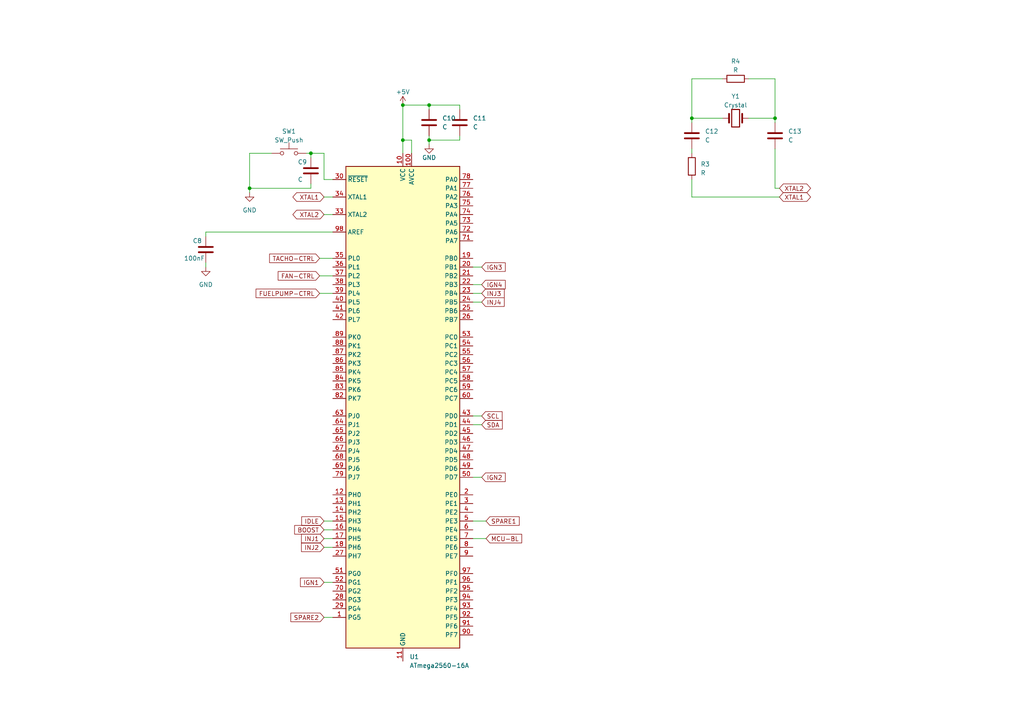
<source format=kicad_sch>
(kicad_sch (version 20220103) (generator eeschema)
  (paper "A4")
  (lib_symbols
    (symbol "Device:C" (pin_numbers hide) (pin_names (offset 0.254))
      (property "Reference" "C" (at 0.635 2.54 0))
      (property "Value" "C" (at 0.635 -2.54 0))
      (symbol "C_0_1"
        (polyline (pts (xy -2.032 -0.762) (xy 2.032 -0.762)) (stroke (width 0.508)))
        (polyline (pts (xy -2.032 0.762) (xy 2.032 0.762)) (stroke (width 0.508)))
      )
      (symbol "C_1_1"
        (pin passive line (at 0 3.81 270) (length 2.794) (name "~") (number "1"))
        (pin passive line (at 0 -3.81 90) (length 2.794) (name "~") (number "2"))
      )
    )
    (symbol "Device:Crystal" (pin_numbers hide) (pin_names (offset 1.016) hide)
      (property "Reference" "Y" (at 0 3.81 0))
      (property "Value" "Crystal" (at 0 -3.81 0))
      (symbol "Crystal_0_1"
        (rectangle (start -1.143 2.54) (end 1.143 -2.54) (stroke (width 0.3048)))
        (polyline (pts (xy -2.54 0) (xy -1.905 0)))
        (polyline (pts (xy -1.905 -1.27) (xy -1.905 1.27)) (stroke (width 0.508)))
        (polyline (pts (xy 1.905 -1.27) (xy 1.905 1.27)) (stroke (width 0.508)))
        (polyline (pts (xy 2.54 0) (xy 1.905 0)))
      )
      (symbol "Crystal_1_1"
        (pin passive line (at -3.81 0 0) (length 1.27) (name "1") (number "1"))
        (pin passive line (at 3.81 0 180) (length 1.27) (name "2") (number "2"))
      )
    )
    (symbol "Device:R" (pin_numbers hide) (pin_names (offset 0))
      (property "Reference" "R" (at 2.032 0 90))
      (property "Value" "R" (at 0 0 90))
      (symbol "R_0_1"
        (rectangle (start -1.016 -2.54) (end 1.016 2.54) (stroke (width 0.254)))
      )
      (symbol "R_1_1"
        (pin passive line (at 0 3.81 270) (length 1.27) (name "~") (number "1"))
        (pin passive line (at 0 -3.81 90) (length 1.27) (name "~") (number "2"))
      )
    )
    (symbol "MCU_Microchip_ATmega:ATmega2560-16A"
      (property "Reference" "U" (at 0 1.27 0))
      (property "Value" "ATmega2560-16A" (at 0 -1.27 0))
      (symbol "ATmega2560-16A_0_1"
        (rectangle (start -16.51 -69.85) (end 16.51 69.85) (stroke (width 0.254)) (fill (type background)))
      )
      (symbol "ATmega2560-16A_1_1"
        (pin bidirectional line (at -20.32 -60.96 0) (length 3.81) (name "PG5") (number "1"))
        (pin power_in line (at 0 73.66 270) (length 3.81) (name "VCC") (number "10"))
        (pin power_in line (at 2.54 73.66 270) (length 3.81) (name "AVCC") (number "100"))
        (pin power_in line (at 0 -73.66 90) (length 3.81) (name "GND") (number "11"))
        (pin bidirectional line (at -20.32 -25.4 0) (length 3.81) (name "PH0") (number "12"))
        (pin bidirectional line (at -20.32 -27.94 0) (length 3.81) (name "PH1") (number "13"))
        (pin bidirectional line (at -20.32 -30.48 0) (length 3.81) (name "PH2") (number "14"))
        (pin bidirectional line (at -20.32 -33.02 0) (length 3.81) (name "PH3") (number "15"))
        (pin bidirectional line (at -20.32 -35.56 0) (length 3.81) (name "PH4") (number "16"))
        (pin bidirectional line (at -20.32 -38.1 0) (length 3.81) (name "PH5") (number "17"))
        (pin bidirectional line (at -20.32 -40.64 0) (length 3.81) (name "PH6") (number "18"))
        (pin bidirectional line (at 20.32 43.18 180) (length 3.81) (name "PB0") (number "19"))
        (pin bidirectional line (at 20.32 -25.4 180) (length 3.81) (name "PE0") (number "2"))
        (pin bidirectional line (at 20.32 40.64 180) (length 3.81) (name "PB1") (number "20"))
        (pin bidirectional line (at 20.32 38.1 180) (length 3.81) (name "PB2") (number "21"))
        (pin bidirectional line (at 20.32 35.56 180) (length 3.81) (name "PB3") (number "22"))
        (pin bidirectional line (at 20.32 33.02 180) (length 3.81) (name "PB4") (number "23"))
        (pin bidirectional line (at 20.32 30.48 180) (length 3.81) (name "PB5") (number "24"))
        (pin bidirectional line (at 20.32 27.94 180) (length 3.81) (name "PB6") (number "25"))
        (pin bidirectional line (at 20.32 25.4 180) (length 3.81) (name "PB7") (number "26"))
        (pin bidirectional line (at -20.32 -43.18 0) (length 3.81) (name "PH7") (number "27"))
        (pin bidirectional line (at -20.32 -55.88 0) (length 3.81) (name "PG3") (number "28"))
        (pin bidirectional line (at -20.32 -58.42 0) (length 3.81) (name "PG4") (number "29"))
        (pin bidirectional line (at 20.32 -27.94 180) (length 3.81) (name "PE1") (number "3"))
        (pin input line (at -20.32 66.04 0) (length 3.81) (name "~{RESET}") (number "30"))
        (pin passive line (at 0 73.66 270) (length 3.81) hide (name "VCC") (number "31"))
        (pin passive line (at 0 -73.66 90) (length 3.81) hide (name "GND") (number "32"))
        (pin output line (at -20.32 55.88 0) (length 3.81) (name "XTAL2") (number "33"))
        (pin input line (at -20.32 60.96 0) (length 3.81) (name "XTAL1") (number "34"))
        (pin bidirectional line (at -20.32 43.18 0) (length 3.81) (name "PL0") (number "35"))
        (pin bidirectional line (at -20.32 40.64 0) (length 3.81) (name "PL1") (number "36"))
        (pin bidirectional line (at -20.32 38.1 0) (length 3.81) (name "PL2") (number "37"))
        (pin bidirectional line (at -20.32 35.56 0) (length 3.81) (name "PL3") (number "38"))
        (pin bidirectional line (at -20.32 33.02 0) (length 3.81) (name "PL4") (number "39"))
        (pin bidirectional line (at 20.32 -30.48 180) (length 3.81) (name "PE2") (number "4"))
        (pin bidirectional line (at -20.32 30.48 0) (length 3.81) (name "PL5") (number "40"))
        (pin bidirectional line (at -20.32 27.94 0) (length 3.81) (name "PL6") (number "41"))
        (pin bidirectional line (at -20.32 25.4 0) (length 3.81) (name "PL7") (number "42"))
        (pin bidirectional line (at 20.32 -2.54 180) (length 3.81) (name "PD0") (number "43"))
        (pin bidirectional line (at 20.32 -5.08 180) (length 3.81) (name "PD1") (number "44"))
        (pin bidirectional line (at 20.32 -7.62 180) (length 3.81) (name "PD2") (number "45"))
        (pin bidirectional line (at 20.32 -10.16 180) (length 3.81) (name "PD3") (number "46"))
        (pin bidirectional line (at 20.32 -12.7 180) (length 3.81) (name "PD4") (number "47"))
        (pin bidirectional line (at 20.32 -15.24 180) (length 3.81) (name "PD5") (number "48"))
        (pin bidirectional line (at 20.32 -17.78 180) (length 3.81) (name "PD6") (number "49"))
        (pin bidirectional line (at 20.32 -33.02 180) (length 3.81) (name "PE3") (number "5"))
        (pin bidirectional line (at 20.32 -20.32 180) (length 3.81) (name "PD7") (number "50"))
        (pin bidirectional line (at -20.32 -48.26 0) (length 3.81) (name "PG0") (number "51"))
        (pin bidirectional line (at -20.32 -50.8 0) (length 3.81) (name "PG1") (number "52"))
        (pin bidirectional line (at 20.32 20.32 180) (length 3.81) (name "PC0") (number "53"))
        (pin bidirectional line (at 20.32 17.78 180) (length 3.81) (name "PC1") (number "54"))
        (pin bidirectional line (at 20.32 15.24 180) (length 3.81) (name "PC2") (number "55"))
        (pin bidirectional line (at 20.32 12.7 180) (length 3.81) (name "PC3") (number "56"))
        (pin bidirectional line (at 20.32 10.16 180) (length 3.81) (name "PC4") (number "57"))
        (pin bidirectional line (at 20.32 7.62 180) (length 3.81) (name "PC5") (number "58"))
        (pin bidirectional line (at 20.32 5.08 180) (length 3.81) (name "PC6") (number "59"))
        (pin bidirectional line (at 20.32 -35.56 180) (length 3.81) (name "PE4") (number "6"))
        (pin bidirectional line (at 20.32 2.54 180) (length 3.81) (name "PC7") (number "60"))
        (pin passive line (at 0 73.66 270) (length 3.81) hide (name "VCC") (number "61"))
        (pin passive line (at 0 -73.66 90) (length 3.81) hide (name "GND") (number "62"))
        (pin bidirectional line (at -20.32 -2.54 0) (length 3.81) (name "PJ0") (number "63"))
        (pin bidirectional line (at -20.32 -5.08 0) (length 3.81) (name "PJ1") (number "64"))
        (pin bidirectional line (at -20.32 -7.62 0) (length 3.81) (name "PJ2") (number "65"))
        (pin bidirectional line (at -20.32 -10.16 0) (length 3.81) (name "PJ3") (number "66"))
        (pin bidirectional line (at -20.32 -12.7 0) (length 3.81) (name "PJ4") (number "67"))
        (pin bidirectional line (at -20.32 -15.24 0) (length 3.81) (name "PJ5") (number "68"))
        (pin bidirectional line (at -20.32 -17.78 0) (length 3.81) (name "PJ6") (number "69"))
        (pin bidirectional line (at 20.32 -38.1 180) (length 3.81) (name "PE5") (number "7"))
        (pin bidirectional line (at -20.32 -53.34 0) (length 3.81) (name "PG2") (number "70"))
        (pin bidirectional line (at 20.32 48.26 180) (length 3.81) (name "PA7") (number "71"))
        (pin bidirectional line (at 20.32 50.8 180) (length 3.81) (name "PA6") (number "72"))
        (pin bidirectional line (at 20.32 53.34 180) (length 3.81) (name "PA5") (number "73"))
        (pin bidirectional line (at 20.32 55.88 180) (length 3.81) (name "PA4") (number "74"))
        (pin bidirectional line (at 20.32 58.42 180) (length 3.81) (name "PA3") (number "75"))
        (pin bidirectional line (at 20.32 60.96 180) (length 3.81) (name "PA2") (number "76"))
        (pin bidirectional line (at 20.32 63.5 180) (length 3.81) (name "PA1") (number "77"))
        (pin bidirectional line (at 20.32 66.04 180) (length 3.81) (name "PA0") (number "78"))
        (pin bidirectional line (at -20.32 -20.32 0) (length 3.81) (name "PJ7") (number "79"))
        (pin bidirectional line (at 20.32 -40.64 180) (length 3.81) (name "PE6") (number "8"))
        (pin passive line (at 0 73.66 270) (length 3.81) hide (name "VCC") (number "80"))
        (pin passive line (at 0 -73.66 90) (length 3.81) hide (name "GND") (number "81"))
        (pin bidirectional line (at -20.32 2.54 0) (length 3.81) (name "PK7") (number "82"))
        (pin bidirectional line (at -20.32 5.08 0) (length 3.81) (name "PK6") (number "83"))
        (pin bidirectional line (at -20.32 7.62 0) (length 3.81) (name "PK5") (number "84"))
        (pin bidirectional line (at -20.32 10.16 0) (length 3.81) (name "PK4") (number "85"))
        (pin bidirectional line (at -20.32 12.7 0) (length 3.81) (name "PK3") (number "86"))
        (pin bidirectional line (at -20.32 15.24 0) (length 3.81) (name "PK2") (number "87"))
        (pin bidirectional line (at -20.32 17.78 0) (length 3.81) (name "PK1") (number "88"))
        (pin bidirectional line (at -20.32 20.32 0) (length 3.81) (name "PK0") (number "89"))
        (pin bidirectional line (at 20.32 -43.18 180) (length 3.81) (name "PE7") (number "9"))
        (pin bidirectional line (at 20.32 -66.04 180) (length 3.81) (name "PF7") (number "90"))
        (pin bidirectional line (at 20.32 -63.5 180) (length 3.81) (name "PF6") (number "91"))
        (pin bidirectional line (at 20.32 -60.96 180) (length 3.81) (name "PF5") (number "92"))
        (pin bidirectional line (at 20.32 -58.42 180) (length 3.81) (name "PF4") (number "93"))
        (pin bidirectional line (at 20.32 -55.88 180) (length 3.81) (name "PF3") (number "94"))
        (pin bidirectional line (at 20.32 -53.34 180) (length 3.81) (name "PF2") (number "95"))
        (pin bidirectional line (at 20.32 -50.8 180) (length 3.81) (name "PF1") (number "96"))
        (pin bidirectional line (at 20.32 -48.26 180) (length 3.81) (name "PF0") (number "97"))
        (pin passive line (at -20.32 50.8 0) (length 3.81) (name "AREF") (number "98"))
        (pin passive line (at 0 -73.66 90) (length 3.81) hide (name "GND") (number "99"))
      )
    )
    (symbol "Switch:SW_Push" (pin_numbers hide) (pin_names (offset 1.016) hide)
      (property "Reference" "SW" (at 1.27 2.54 0))
      (property "Value" "SW_Push" (at 0 -1.524 0))
      (symbol "SW_Push_0_1"
        (circle (center -2.032 0) (radius 0.508))
        (polyline (pts (xy 0 1.27) (xy 0 3.048)))
        (polyline (pts (xy 2.54 1.27) (xy -2.54 1.27)))
        (circle (center 2.032 0) (radius 0.508))
        (pin passive line (at -5.08 0 0) (length 2.54) (name "1") (number "1"))
        (pin passive line (at 5.08 0 180) (length 2.54) (name "2") (number "2"))
      )
    )
    (symbol "power:+5V" (power) (pin_names (offset 0))
      (property "Value" "+5V" (at 0 3.556 0))
      (symbol "+5V_0_1"
        (polyline (pts (xy -0.762 1.27) (xy 0 2.54)))
        (polyline (pts (xy 0 0) (xy 0 2.54)))
        (polyline (pts (xy 0 2.54) (xy 0.762 1.27)))
      )
      (symbol "+5V_1_1"
        (pin power_in line (at 0 0 90) (length 0) hide (name "+5V") (number "1"))
      )
    )
    (symbol "power:GND" (power) (pin_names (offset 0))
      (property "Value" "GND" (at 0 -3.81 0))
      (symbol "GND_0_1"
        (polyline (pts (xy 0 0) (xy 0 -1.27) (xy 1.27 -1.27) (xy 0 -2.54) (xy -1.27 -1.27) (xy 0 -1.27)))
      )
      (symbol "GND_1_1"
        (pin power_in line (at 0 0 270) (length 0) hide (name "GND") (number "1"))
      )
    )
  )
  (junction (at 200.66 34.29))
  (junction (at 116.84 40.64))
  (junction (at 72.39 54.61))
  (junction (at 90.17 44.45))
  (junction (at 124.46 40.64))
  (junction (at 224.79 34.29))
  (junction (at 116.84 30.48))
  (junction (at 124.46 30.48))
  (wire (pts (xy 133.35 31.75) (xy 133.35 30.48)))
  (wire (pts (xy 93.98 44.45) (xy 90.17 44.45)))
  (wire (pts (xy 140.97 151.13) (xy 137.16 151.13)))
  (wire (pts (xy 59.69 67.31) (xy 59.69 68.58)))
  (wire (pts (xy 93.98 52.07) (xy 93.98 44.45)))
  (wire (pts (xy 209.55 22.86) (xy 200.66 22.86)))
  (wire (pts (xy 209.55 34.29) (xy 200.66 34.29)))
  (wire (pts (xy 224.79 22.86) (xy 224.79 34.29)))
  (wire (pts (xy 93.98 158.75) (xy 96.52 158.75)))
  (wire (pts (xy 124.46 41.91) (xy 124.46 40.64)))
  (wire (pts (xy 90.17 53.34) (xy 90.17 54.61)))
  (wire (pts (xy 133.35 40.64) (xy 124.46 40.64)))
  (wire (pts (xy 116.84 40.64) (xy 116.84 44.45)))
  (wire (pts (xy 224.79 35.56) (xy 224.79 34.29)))
  (wire (pts (xy 217.17 22.86) (xy 224.79 22.86)))
  (wire (pts (xy 90.17 44.45) (xy 90.17 45.72)))
  (wire (pts (xy 139.7 120.65) (xy 137.16 120.65)))
  (wire (pts (xy 124.46 31.75) (xy 124.46 30.48)))
  (wire (pts (xy 200.66 43.18) (xy 200.66 44.45)))
  (wire (pts (xy 124.46 30.48) (xy 116.84 30.48)))
  (wire (pts (xy 124.46 39.37) (xy 124.46 40.64)))
  (wire (pts (xy 72.39 44.45) (xy 78.74 44.45)))
  (wire (pts (xy 200.66 34.29) (xy 200.66 35.56)))
  (wire (pts (xy 224.79 34.29) (xy 217.17 34.29)))
  (wire (pts (xy 92.71 85.09) (xy 96.52 85.09)))
  (wire (pts (xy 224.79 54.61) (xy 224.79 43.18)))
  (wire (pts (xy 92.71 74.93) (xy 96.52 74.93)))
  (wire (pts (xy 119.38 44.45) (xy 119.38 40.64)))
  (wire (pts (xy 92.71 80.01) (xy 96.52 80.01)))
  (wire (pts (xy 93.98 151.13) (xy 96.52 151.13)))
  (wire (pts (xy 140.97 156.21) (xy 137.16 156.21)))
  (wire (pts (xy 137.16 85.09) (xy 139.7 85.09)))
  (wire (pts (xy 200.66 22.86) (xy 200.66 34.29)))
  (wire (pts (xy 226.06 54.61) (xy 224.79 54.61)))
  (wire (pts (xy 116.84 30.48) (xy 116.84 40.64)))
  (wire (pts (xy 93.98 57.15) (xy 96.52 57.15)))
  (wire (pts (xy 90.17 44.45) (xy 88.9 44.45)))
  (wire (pts (xy 93.98 62.23) (xy 96.52 62.23)))
  (wire (pts (xy 59.69 76.2) (xy 59.69 77.47)))
  (wire (pts (xy 72.39 54.61) (xy 90.17 54.61)))
  (wire (pts (xy 133.35 39.37) (xy 133.35 40.64)))
  (wire (pts (xy 93.98 168.91) (xy 96.52 168.91)))
  (wire (pts (xy 139.7 138.43) (xy 137.16 138.43)))
  (wire (pts (xy 93.98 179.07) (xy 96.52 179.07)))
  (wire (pts (xy 96.52 156.21) (xy 93.98 156.21)))
  (wire (pts (xy 139.7 82.55) (xy 137.16 82.55)))
  (wire (pts (xy 72.39 55.88) (xy 72.39 54.61)))
  (wire (pts (xy 119.38 40.64) (xy 116.84 40.64)))
  (wire (pts (xy 200.66 57.15) (xy 226.06 57.15)))
  (wire (pts (xy 139.7 77.47) (xy 137.16 77.47)))
  (wire (pts (xy 137.16 123.19) (xy 139.7 123.19)))
  (wire (pts (xy 93.98 52.07) (xy 96.52 52.07)))
  (wire (pts (xy 72.39 54.61) (xy 72.39 44.45)))
  (wire (pts (xy 96.52 67.31) (xy 59.69 67.31)))
  (wire (pts (xy 200.66 52.07) (xy 200.66 57.15)))
  (wire (pts (xy 93.98 153.67) (xy 96.52 153.67)))
  (wire (pts (xy 124.46 30.48) (xy 133.35 30.48)))
  (wire (pts (xy 137.16 87.63) (xy 139.7 87.63)))
  (global_label "SDA" (shape input) (at 139.7 123.19 0) (property "Références de Feuilles" "${INTERSHEET_REFS}" (at 145.9975 123.19 0) (effects (justify left))))
  (global_label "XTAL1" (shape bidirectional) (at 93.98 57.15 180) (property "Références de Feuilles" "${INTERSHEET_REFS}" (at 84.4365 57.15 0) (effects (justify right))))
  (global_label "INJ3" (shape input) (at 139.7 85.09 0) (property "Références de Feuilles" "${INTERSHEET_REFS}" (at 146.1879 85.09 0) (effects (justify left))))
  (global_label "FAN-CTRL" (shape input) (at 92.71 80.01 180) (property "Intersheetrefs" "${INTERSHEET_REFS}" (at 241.3 168.91 0)))
  (global_label "INJ4" (shape input) (at 139.7 87.63 0) (property "Références de Feuilles" "${INTERSHEET_REFS}" (at 146.2483 87.63 0) (effects (justify left))))
  (global_label "IGN4" (shape input) (at 139.7 82.55 0) (property "Références de Feuilles" "${INTERSHEET_REFS}" (at 146.6111 82.55 0) (effects (justify left))))
  (global_label "FUELPUMP-CTRL" (shape input) (at 92.71 85.09 180) (property "Intersheetrefs" "${INTERSHEET_REFS}" (at 241.3 191.77 0)))
  (global_label "MCU-BL" (shape input) (at 140.97 156.21 0) (property "Intersheetrefs" "${INTERSHEET_REFS}" (at 62.23 -6.35 0)))
  (global_label "IGN1" (shape input) (at 93.98 168.91 180) (property "Références de Feuilles" "${INTERSHEET_REFS}" (at 87.1293 168.91 0) (effects (justify right))))
  (global_label "SCL" (shape input) (at 139.7 120.65 0) (property "Références de Feuilles" "${INTERSHEET_REFS}" (at 145.937 120.65 0) (effects (justify left))))
  (global_label "TACHO-CTRL" (shape input) (at 92.71 74.93 180) (property "Intersheetrefs" "${INTERSHEET_REFS}" (at 36.83 -31.75 0)))
  (global_label "INJ2" (shape input) (at 93.98 158.75 180) (property "Références de Feuilles" "${INTERSHEET_REFS}" (at 87.4921 158.75 0) (effects (justify right))))
  (global_label "BOOST" (shape input) (at 93.98 153.67 180) (property "Références de Feuilles" "${INTERSHEET_REFS}" (at 85.2455 153.67 0) (effects (justify right))))
  (global_label "XTAL1" (shape bidirectional) (at 226.06 57.15 0) (property "Références de Feuilles" "${INTERSHEET_REFS}" (at 235.6035 57.15 0) (effects (justify left))))
  (global_label "IGN3" (shape input) (at 139.7 77.47 0) (property "Références de Feuilles" "${INTERSHEET_REFS}" (at 146.5507 77.47 0) (effects (justify left))))
  (global_label "SPARE1" (shape input) (at 140.97 151.13 0) (property "Références de Feuilles" "${INTERSHEET_REFS}" (at 150.7417 151.13 0) (effects (justify left))))
  (global_label "XTAL2" (shape bidirectional) (at 226.06 54.61 0) (property "Références de Feuilles" "${INTERSHEET_REFS}" (at 235.6035 54.61 0) (effects (justify left))))
  (global_label "XTAL2" (shape bidirectional) (at 93.98 62.23 180) (property "Références de Feuilles" "${INTERSHEET_REFS}" (at 84.4365 62.23 0) (effects (justify right))))
  (global_label "IGN2" (shape input) (at 139.7 138.43 0) (property "Références de Feuilles" "${INTERSHEET_REFS}" (at 146.5507 138.43 0) (effects (justify left))))
  (global_label "INJ1" (shape input) (at 93.98 156.21 180) (property "Références de Feuilles" "${INTERSHEET_REFS}" (at 87.4921 156.21 0) (effects (justify right))))
  (global_label "SPARE2" (shape input) (at 93.98 179.07 180) (property "Références de Feuilles" "${INTERSHEET_REFS}" (at 84.2083 179.07 0) (effects (justify right))))
  (global_label "IDLE" (shape input) (at 93.98 151.13 180) (property "Références de Feuilles" "${INTERSHEET_REFS}" (at 87.3107 151.13 0) (effects (justify right))))
  (symbol (lib_id "Device:Crystal") (at 213.36 34.29 180) (unit 1)
    (property "Reference" "Y1" (at 213.36 27.94 0))
    (property "Value" "Crystal" (at 213.36 30.48 0))
  )
  (symbol (lib_id "Device:C") (at 200.66 39.37 0) (unit 1)
    (property "Reference" "C12" (at 204.47 38.0999 0) (effects (justify left)))
    (property "Value" "C" (at 204.47 40.6399 0) (effects (justify left)))
    (property "Footprint" "Capacitor_SMD:C_1206_3216Metric" (effects hide))
  )
  (symbol (lib_id "Device:R") (at 213.36 22.86 90) (unit 1)
    (property "Reference" "R4" (at 213.36 17.78 90))
    (property "Value" "R" (at 213.36 20.32 90))
  )
  (symbol (lib_id "Device:R") (at 200.66 48.26 180) (unit 1)
    (property "Reference" "R3" (at 203.2 47.625 0) (effects (justify right)))
    (property "Value" "R" (at 203.2 50.165 0) (effects (justify right)))
  )
  (symbol (lib_id "Device:C") (at 59.69 72.39 0) (unit 1)
    (property "Reference" "C8" (at 55.88 69.85 0) (effects (justify left)))
    (property "Value" "100nF" (at 53.34 74.93 0) (effects (justify left)))
    (property "Footprint" "Capacitor_SMD:C_1206_3216Metric" (effects hide))
  )
  (symbol (lib_id "power:+5V") (at 116.84 30.48 0) (unit 1)
    (property "Reference" "#PWR0116" (effects hide))
    (property "Value" "+5V" (at 116.84 26.67 0))
  )
  (symbol (lib_id "MCU_Microchip_ATmega:ATmega2560-16A") (at 116.84 118.11 0) (unit 1)
    (property "Reference" "U1" (at 118.7959 190.5 0) (effects (justify left)))
    (property "Value" "ATmega2560-16A" (at 118.7959 193.04 0) (effects (justify left)))
    (property "Footprint" "Package_QFP:TQFP-100_14x14mm_P0.5mm" (effects hide))
    (property "Datasheet" "http://ww1.microchip.com/downloads/en/DeviceDoc/Atmel-2549-8-bit-AVR-Microcontroller-ATmega640-1280-1281-2560-2561_datasheet.pdf" (effects hide))
  )
  (symbol (lib_id "Device:C") (at 90.17 49.53 0) (unit 1)
    (property "Reference" "C9" (at 86.36 46.99 0) (effects (justify left)))
    (property "Value" "C" (at 86.36 52.07 0) (effects (justify left)))
    (property "Footprint" "Capacitor_SMD:C_1206_3216Metric" (effects hide))
  )
  (symbol (lib_id "Device:C") (at 133.35 35.56 0) (unit 1)
    (property "Reference" "C11" (at 137.16 34.2899 0) (effects (justify left)))
    (property "Value" "C" (at 137.16 36.8299 0) (effects (justify left)))
    (property "Footprint" "Capacitor_SMD:C_1206_3216Metric" (effects hide))
  )
  (symbol (lib_id "power:GND") (at 59.69 77.47 0) (unit 1)
    (property "Reference" "#PWR0118" (effects hide))
    (property "Value" "GND" (at 59.69 82.55 0))
  )
  (symbol (lib_id "Device:C") (at 224.79 39.37 0) (unit 1)
    (property "Reference" "C13" (at 228.6 38.0999 0) (effects (justify left)))
    (property "Value" "C" (at 228.6 40.6399 0) (effects (justify left)))
    (property "Footprint" "Capacitor_SMD:C_1206_3216Metric" (effects hide))
  )
  (symbol (lib_id "power:GND") (at 124.46 41.91 0) (unit 1)
    (property "Reference" "#PWR0115" (effects hide))
    (property "Value" "GND" (at 124.46 45.72 0))
  )
  (symbol (lib_id "power:GND") (at 72.39 55.88 0) (unit 1)
    (property "Reference" "#PWR0117" (effects hide))
    (property "Value" "GND" (at 72.39 60.96 0))
  )
  (symbol (lib_id "Switch:SW_Push") (at 83.82 44.45 0) (unit 1)
    (property "Reference" "SW1" (at 83.82 38.1 0))
    (property "Value" "SW_Push" (at 83.82 40.64 0))
  )
  (symbol (lib_id "Device:C") (at 124.46 35.56 0) (unit 1)
    (property "Reference" "C10" (at 128.27 34.2899 0) (effects (justify left)))
    (property "Value" "C" (at 128.27 36.8299 0) (effects (justify left)))
    (property "Footprint" "Capacitor_SMD:C_1206_3216Metric" (effects hide))
  )
)
</source>
